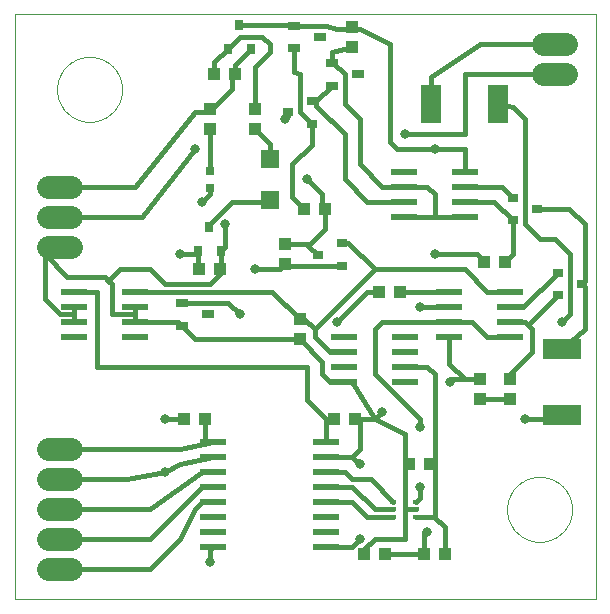
<source format=gtl>
G75*
%MOIN*%
%OFA0B0*%
%FSLAX25Y25*%
%IPPOS*%
%LPD*%
%AMOC8*
5,1,8,0,0,1.08239X$1,22.5*
%
%ADD10C,0.00000*%
%ADD11R,0.03937X0.04331*%
%ADD12R,0.04331X0.03937*%
%ADD13R,0.08661X0.02362*%
%ADD14R,0.03937X0.02756*%
%ADD15R,0.03150X0.03150*%
%ADD16R,0.05906X0.05906*%
%ADD17R,0.12598X0.07087*%
%ADD18R,0.07087X0.12598*%
%ADD19R,0.03100X0.03500*%
%ADD20R,0.03500X0.03100*%
%ADD21C,0.07800*%
%ADD22R,0.02362X0.01575*%
%ADD23C,0.01600*%
%ADD24C,0.03169*%
D10*
X0003450Y0001250D02*
X0003450Y0196211D01*
X0197151Y0196211D01*
X0197151Y0001250D01*
X0003450Y0001250D01*
X0017623Y0171250D02*
X0017626Y0171516D01*
X0017636Y0171781D01*
X0017652Y0172046D01*
X0017675Y0172311D01*
X0017704Y0172575D01*
X0017740Y0172839D01*
X0017782Y0173101D01*
X0017831Y0173362D01*
X0017886Y0173622D01*
X0017947Y0173881D01*
X0018015Y0174138D01*
X0018089Y0174393D01*
X0018169Y0174646D01*
X0018256Y0174898D01*
X0018348Y0175147D01*
X0018447Y0175393D01*
X0018552Y0175638D01*
X0018663Y0175879D01*
X0018779Y0176118D01*
X0018901Y0176354D01*
X0019030Y0176587D01*
X0019163Y0176816D01*
X0019303Y0177042D01*
X0019448Y0177265D01*
X0019598Y0177484D01*
X0019754Y0177700D01*
X0019915Y0177911D01*
X0020081Y0178119D01*
X0020252Y0178322D01*
X0020428Y0178521D01*
X0020609Y0178716D01*
X0020794Y0178906D01*
X0020984Y0179091D01*
X0021179Y0179272D01*
X0021378Y0179448D01*
X0021581Y0179619D01*
X0021789Y0179785D01*
X0022000Y0179946D01*
X0022216Y0180102D01*
X0022435Y0180252D01*
X0022658Y0180397D01*
X0022884Y0180537D01*
X0023113Y0180670D01*
X0023346Y0180799D01*
X0023582Y0180921D01*
X0023821Y0181037D01*
X0024062Y0181148D01*
X0024307Y0181253D01*
X0024553Y0181352D01*
X0024802Y0181444D01*
X0025054Y0181531D01*
X0025307Y0181611D01*
X0025562Y0181685D01*
X0025819Y0181753D01*
X0026078Y0181814D01*
X0026338Y0181869D01*
X0026599Y0181918D01*
X0026861Y0181960D01*
X0027125Y0181996D01*
X0027389Y0182025D01*
X0027654Y0182048D01*
X0027919Y0182064D01*
X0028184Y0182074D01*
X0028450Y0182077D01*
X0028716Y0182074D01*
X0028981Y0182064D01*
X0029246Y0182048D01*
X0029511Y0182025D01*
X0029775Y0181996D01*
X0030039Y0181960D01*
X0030301Y0181918D01*
X0030562Y0181869D01*
X0030822Y0181814D01*
X0031081Y0181753D01*
X0031338Y0181685D01*
X0031593Y0181611D01*
X0031846Y0181531D01*
X0032098Y0181444D01*
X0032347Y0181352D01*
X0032593Y0181253D01*
X0032838Y0181148D01*
X0033079Y0181037D01*
X0033318Y0180921D01*
X0033554Y0180799D01*
X0033787Y0180670D01*
X0034016Y0180537D01*
X0034242Y0180397D01*
X0034465Y0180252D01*
X0034684Y0180102D01*
X0034900Y0179946D01*
X0035111Y0179785D01*
X0035319Y0179619D01*
X0035522Y0179448D01*
X0035721Y0179272D01*
X0035916Y0179091D01*
X0036106Y0178906D01*
X0036291Y0178716D01*
X0036472Y0178521D01*
X0036648Y0178322D01*
X0036819Y0178119D01*
X0036985Y0177911D01*
X0037146Y0177700D01*
X0037302Y0177484D01*
X0037452Y0177265D01*
X0037597Y0177042D01*
X0037737Y0176816D01*
X0037870Y0176587D01*
X0037999Y0176354D01*
X0038121Y0176118D01*
X0038237Y0175879D01*
X0038348Y0175638D01*
X0038453Y0175393D01*
X0038552Y0175147D01*
X0038644Y0174898D01*
X0038731Y0174646D01*
X0038811Y0174393D01*
X0038885Y0174138D01*
X0038953Y0173881D01*
X0039014Y0173622D01*
X0039069Y0173362D01*
X0039118Y0173101D01*
X0039160Y0172839D01*
X0039196Y0172575D01*
X0039225Y0172311D01*
X0039248Y0172046D01*
X0039264Y0171781D01*
X0039274Y0171516D01*
X0039277Y0171250D01*
X0039274Y0170984D01*
X0039264Y0170719D01*
X0039248Y0170454D01*
X0039225Y0170189D01*
X0039196Y0169925D01*
X0039160Y0169661D01*
X0039118Y0169399D01*
X0039069Y0169138D01*
X0039014Y0168878D01*
X0038953Y0168619D01*
X0038885Y0168362D01*
X0038811Y0168107D01*
X0038731Y0167854D01*
X0038644Y0167602D01*
X0038552Y0167353D01*
X0038453Y0167107D01*
X0038348Y0166862D01*
X0038237Y0166621D01*
X0038121Y0166382D01*
X0037999Y0166146D01*
X0037870Y0165913D01*
X0037737Y0165684D01*
X0037597Y0165458D01*
X0037452Y0165235D01*
X0037302Y0165016D01*
X0037146Y0164800D01*
X0036985Y0164589D01*
X0036819Y0164381D01*
X0036648Y0164178D01*
X0036472Y0163979D01*
X0036291Y0163784D01*
X0036106Y0163594D01*
X0035916Y0163409D01*
X0035721Y0163228D01*
X0035522Y0163052D01*
X0035319Y0162881D01*
X0035111Y0162715D01*
X0034900Y0162554D01*
X0034684Y0162398D01*
X0034465Y0162248D01*
X0034242Y0162103D01*
X0034016Y0161963D01*
X0033787Y0161830D01*
X0033554Y0161701D01*
X0033318Y0161579D01*
X0033079Y0161463D01*
X0032838Y0161352D01*
X0032593Y0161247D01*
X0032347Y0161148D01*
X0032098Y0161056D01*
X0031846Y0160969D01*
X0031593Y0160889D01*
X0031338Y0160815D01*
X0031081Y0160747D01*
X0030822Y0160686D01*
X0030562Y0160631D01*
X0030301Y0160582D01*
X0030039Y0160540D01*
X0029775Y0160504D01*
X0029511Y0160475D01*
X0029246Y0160452D01*
X0028981Y0160436D01*
X0028716Y0160426D01*
X0028450Y0160423D01*
X0028184Y0160426D01*
X0027919Y0160436D01*
X0027654Y0160452D01*
X0027389Y0160475D01*
X0027125Y0160504D01*
X0026861Y0160540D01*
X0026599Y0160582D01*
X0026338Y0160631D01*
X0026078Y0160686D01*
X0025819Y0160747D01*
X0025562Y0160815D01*
X0025307Y0160889D01*
X0025054Y0160969D01*
X0024802Y0161056D01*
X0024553Y0161148D01*
X0024307Y0161247D01*
X0024062Y0161352D01*
X0023821Y0161463D01*
X0023582Y0161579D01*
X0023346Y0161701D01*
X0023113Y0161830D01*
X0022884Y0161963D01*
X0022658Y0162103D01*
X0022435Y0162248D01*
X0022216Y0162398D01*
X0022000Y0162554D01*
X0021789Y0162715D01*
X0021581Y0162881D01*
X0021378Y0163052D01*
X0021179Y0163228D01*
X0020984Y0163409D01*
X0020794Y0163594D01*
X0020609Y0163784D01*
X0020428Y0163979D01*
X0020252Y0164178D01*
X0020081Y0164381D01*
X0019915Y0164589D01*
X0019754Y0164800D01*
X0019598Y0165016D01*
X0019448Y0165235D01*
X0019303Y0165458D01*
X0019163Y0165684D01*
X0019030Y0165913D01*
X0018901Y0166146D01*
X0018779Y0166382D01*
X0018663Y0166621D01*
X0018552Y0166862D01*
X0018447Y0167107D01*
X0018348Y0167353D01*
X0018256Y0167602D01*
X0018169Y0167854D01*
X0018089Y0168107D01*
X0018015Y0168362D01*
X0017947Y0168619D01*
X0017886Y0168878D01*
X0017831Y0169138D01*
X0017782Y0169399D01*
X0017740Y0169661D01*
X0017704Y0169925D01*
X0017675Y0170189D01*
X0017652Y0170454D01*
X0017636Y0170719D01*
X0017626Y0170984D01*
X0017623Y0171250D01*
X0167623Y0031250D02*
X0167626Y0031516D01*
X0167636Y0031781D01*
X0167652Y0032046D01*
X0167675Y0032311D01*
X0167704Y0032575D01*
X0167740Y0032839D01*
X0167782Y0033101D01*
X0167831Y0033362D01*
X0167886Y0033622D01*
X0167947Y0033881D01*
X0168015Y0034138D01*
X0168089Y0034393D01*
X0168169Y0034646D01*
X0168256Y0034898D01*
X0168348Y0035147D01*
X0168447Y0035393D01*
X0168552Y0035638D01*
X0168663Y0035879D01*
X0168779Y0036118D01*
X0168901Y0036354D01*
X0169030Y0036587D01*
X0169163Y0036816D01*
X0169303Y0037042D01*
X0169448Y0037265D01*
X0169598Y0037484D01*
X0169754Y0037700D01*
X0169915Y0037911D01*
X0170081Y0038119D01*
X0170252Y0038322D01*
X0170428Y0038521D01*
X0170609Y0038716D01*
X0170794Y0038906D01*
X0170984Y0039091D01*
X0171179Y0039272D01*
X0171378Y0039448D01*
X0171581Y0039619D01*
X0171789Y0039785D01*
X0172000Y0039946D01*
X0172216Y0040102D01*
X0172435Y0040252D01*
X0172658Y0040397D01*
X0172884Y0040537D01*
X0173113Y0040670D01*
X0173346Y0040799D01*
X0173582Y0040921D01*
X0173821Y0041037D01*
X0174062Y0041148D01*
X0174307Y0041253D01*
X0174553Y0041352D01*
X0174802Y0041444D01*
X0175054Y0041531D01*
X0175307Y0041611D01*
X0175562Y0041685D01*
X0175819Y0041753D01*
X0176078Y0041814D01*
X0176338Y0041869D01*
X0176599Y0041918D01*
X0176861Y0041960D01*
X0177125Y0041996D01*
X0177389Y0042025D01*
X0177654Y0042048D01*
X0177919Y0042064D01*
X0178184Y0042074D01*
X0178450Y0042077D01*
X0178716Y0042074D01*
X0178981Y0042064D01*
X0179246Y0042048D01*
X0179511Y0042025D01*
X0179775Y0041996D01*
X0180039Y0041960D01*
X0180301Y0041918D01*
X0180562Y0041869D01*
X0180822Y0041814D01*
X0181081Y0041753D01*
X0181338Y0041685D01*
X0181593Y0041611D01*
X0181846Y0041531D01*
X0182098Y0041444D01*
X0182347Y0041352D01*
X0182593Y0041253D01*
X0182838Y0041148D01*
X0183079Y0041037D01*
X0183318Y0040921D01*
X0183554Y0040799D01*
X0183787Y0040670D01*
X0184016Y0040537D01*
X0184242Y0040397D01*
X0184465Y0040252D01*
X0184684Y0040102D01*
X0184900Y0039946D01*
X0185111Y0039785D01*
X0185319Y0039619D01*
X0185522Y0039448D01*
X0185721Y0039272D01*
X0185916Y0039091D01*
X0186106Y0038906D01*
X0186291Y0038716D01*
X0186472Y0038521D01*
X0186648Y0038322D01*
X0186819Y0038119D01*
X0186985Y0037911D01*
X0187146Y0037700D01*
X0187302Y0037484D01*
X0187452Y0037265D01*
X0187597Y0037042D01*
X0187737Y0036816D01*
X0187870Y0036587D01*
X0187999Y0036354D01*
X0188121Y0036118D01*
X0188237Y0035879D01*
X0188348Y0035638D01*
X0188453Y0035393D01*
X0188552Y0035147D01*
X0188644Y0034898D01*
X0188731Y0034646D01*
X0188811Y0034393D01*
X0188885Y0034138D01*
X0188953Y0033881D01*
X0189014Y0033622D01*
X0189069Y0033362D01*
X0189118Y0033101D01*
X0189160Y0032839D01*
X0189196Y0032575D01*
X0189225Y0032311D01*
X0189248Y0032046D01*
X0189264Y0031781D01*
X0189274Y0031516D01*
X0189277Y0031250D01*
X0189274Y0030984D01*
X0189264Y0030719D01*
X0189248Y0030454D01*
X0189225Y0030189D01*
X0189196Y0029925D01*
X0189160Y0029661D01*
X0189118Y0029399D01*
X0189069Y0029138D01*
X0189014Y0028878D01*
X0188953Y0028619D01*
X0188885Y0028362D01*
X0188811Y0028107D01*
X0188731Y0027854D01*
X0188644Y0027602D01*
X0188552Y0027353D01*
X0188453Y0027107D01*
X0188348Y0026862D01*
X0188237Y0026621D01*
X0188121Y0026382D01*
X0187999Y0026146D01*
X0187870Y0025913D01*
X0187737Y0025684D01*
X0187597Y0025458D01*
X0187452Y0025235D01*
X0187302Y0025016D01*
X0187146Y0024800D01*
X0186985Y0024589D01*
X0186819Y0024381D01*
X0186648Y0024178D01*
X0186472Y0023979D01*
X0186291Y0023784D01*
X0186106Y0023594D01*
X0185916Y0023409D01*
X0185721Y0023228D01*
X0185522Y0023052D01*
X0185319Y0022881D01*
X0185111Y0022715D01*
X0184900Y0022554D01*
X0184684Y0022398D01*
X0184465Y0022248D01*
X0184242Y0022103D01*
X0184016Y0021963D01*
X0183787Y0021830D01*
X0183554Y0021701D01*
X0183318Y0021579D01*
X0183079Y0021463D01*
X0182838Y0021352D01*
X0182593Y0021247D01*
X0182347Y0021148D01*
X0182098Y0021056D01*
X0181846Y0020969D01*
X0181593Y0020889D01*
X0181338Y0020815D01*
X0181081Y0020747D01*
X0180822Y0020686D01*
X0180562Y0020631D01*
X0180301Y0020582D01*
X0180039Y0020540D01*
X0179775Y0020504D01*
X0179511Y0020475D01*
X0179246Y0020452D01*
X0178981Y0020436D01*
X0178716Y0020426D01*
X0178450Y0020423D01*
X0178184Y0020426D01*
X0177919Y0020436D01*
X0177654Y0020452D01*
X0177389Y0020475D01*
X0177125Y0020504D01*
X0176861Y0020540D01*
X0176599Y0020582D01*
X0176338Y0020631D01*
X0176078Y0020686D01*
X0175819Y0020747D01*
X0175562Y0020815D01*
X0175307Y0020889D01*
X0175054Y0020969D01*
X0174802Y0021056D01*
X0174553Y0021148D01*
X0174307Y0021247D01*
X0174062Y0021352D01*
X0173821Y0021463D01*
X0173582Y0021579D01*
X0173346Y0021701D01*
X0173113Y0021830D01*
X0172884Y0021963D01*
X0172658Y0022103D01*
X0172435Y0022248D01*
X0172216Y0022398D01*
X0172000Y0022554D01*
X0171789Y0022715D01*
X0171581Y0022881D01*
X0171378Y0023052D01*
X0171179Y0023228D01*
X0170984Y0023409D01*
X0170794Y0023594D01*
X0170609Y0023784D01*
X0170428Y0023979D01*
X0170252Y0024178D01*
X0170081Y0024381D01*
X0169915Y0024589D01*
X0169754Y0024800D01*
X0169598Y0025016D01*
X0169448Y0025235D01*
X0169303Y0025458D01*
X0169163Y0025684D01*
X0169030Y0025913D01*
X0168901Y0026146D01*
X0168779Y0026382D01*
X0168663Y0026621D01*
X0168552Y0026862D01*
X0168447Y0027107D01*
X0168348Y0027353D01*
X0168256Y0027602D01*
X0168169Y0027854D01*
X0168089Y0028107D01*
X0168015Y0028362D01*
X0167947Y0028619D01*
X0167886Y0028878D01*
X0167831Y0029138D01*
X0167782Y0029399D01*
X0167740Y0029661D01*
X0167704Y0029925D01*
X0167675Y0030189D01*
X0167652Y0030454D01*
X0167636Y0030719D01*
X0167626Y0030984D01*
X0167623Y0031250D01*
D11*
X0146796Y0016250D03*
X0140104Y0016250D03*
X0126796Y0016250D03*
X0120104Y0016250D03*
X0098450Y0087904D03*
X0098450Y0094596D03*
X0125104Y0103750D03*
X0131796Y0103750D03*
X0160104Y0113750D03*
X0166796Y0113750D03*
X0106796Y0131250D03*
X0100104Y0131250D03*
X0071796Y0111250D03*
X0065104Y0111250D03*
X0070104Y0176250D03*
X0076796Y0176250D03*
D12*
X0083450Y0164596D03*
X0083450Y0157904D03*
X0068450Y0157904D03*
X0068450Y0164596D03*
X0093450Y0119596D03*
X0093450Y0112904D03*
X0110104Y0061250D03*
X0116796Y0061250D03*
X0135104Y0046250D03*
X0141796Y0046250D03*
X0158450Y0067904D03*
X0158450Y0074596D03*
X0168450Y0074596D03*
X0168450Y0067904D03*
X0066796Y0061250D03*
X0060104Y0061250D03*
X0115950Y0185404D03*
X0115950Y0192096D03*
D13*
X0133214Y0143750D03*
X0133214Y0138750D03*
X0133214Y0133750D03*
X0133214Y0128750D03*
X0153686Y0128750D03*
X0153686Y0133750D03*
X0153686Y0138750D03*
X0153686Y0143750D03*
X0148214Y0103750D03*
X0148214Y0098750D03*
X0148214Y0093750D03*
X0148214Y0088750D03*
X0133686Y0088750D03*
X0133686Y0083750D03*
X0133686Y0078750D03*
X0133686Y0073750D03*
X0113214Y0073750D03*
X0113214Y0078750D03*
X0113214Y0083750D03*
X0113214Y0088750D03*
X0107348Y0053750D03*
X0107348Y0048750D03*
X0107348Y0043750D03*
X0107348Y0038750D03*
X0107348Y0033750D03*
X0107348Y0028750D03*
X0107348Y0023750D03*
X0107348Y0018750D03*
X0069651Y0018750D03*
X0069651Y0023750D03*
X0069651Y0028750D03*
X0069651Y0033750D03*
X0069651Y0038750D03*
X0069651Y0043750D03*
X0069651Y0048750D03*
X0069651Y0053750D03*
X0043686Y0088750D03*
X0043686Y0093750D03*
X0043686Y0098750D03*
X0043686Y0103750D03*
X0023214Y0103750D03*
X0023214Y0098750D03*
X0023214Y0093750D03*
X0023214Y0088750D03*
X0168686Y0088750D03*
X0168686Y0093750D03*
X0168686Y0098750D03*
X0168686Y0103750D03*
D14*
X0109119Y0172510D03*
X0109119Y0179990D03*
X0117781Y0176250D03*
X0105281Y0188750D03*
X0096619Y0185010D03*
X0096619Y0192490D03*
X0059119Y0099990D03*
X0059119Y0092510D03*
X0067781Y0096250D03*
D15*
X0068450Y0138297D03*
X0068450Y0144203D03*
D16*
X0088450Y0148140D03*
X0088450Y0134360D03*
D17*
X0185950Y0084774D03*
X0185950Y0062726D03*
D18*
X0164474Y0166250D03*
X0142426Y0166250D03*
D19*
X0082150Y0184750D03*
X0074550Y0184750D03*
X0078350Y0192750D03*
X0068350Y0125250D03*
X0064550Y0117250D03*
X0072150Y0117250D03*
D20*
X0104450Y0116150D03*
X0112450Y0112350D03*
X0112450Y0119950D03*
X0102450Y0159850D03*
X0102450Y0167450D03*
X0094450Y0163650D03*
X0169450Y0135150D03*
X0169450Y0127550D03*
X0177450Y0131350D03*
X0184450Y0110150D03*
X0184450Y0102550D03*
X0192450Y0106350D03*
D21*
X0187350Y0176250D02*
X0179550Y0176250D01*
X0179550Y0186250D02*
X0187350Y0186250D01*
X0022350Y0138750D02*
X0014550Y0138750D01*
X0014550Y0128750D02*
X0022350Y0128750D01*
X0022350Y0118750D02*
X0014550Y0118750D01*
X0014550Y0051250D02*
X0022350Y0051250D01*
X0022350Y0041250D02*
X0014550Y0041250D01*
X0014550Y0031250D02*
X0022350Y0031250D01*
X0022350Y0021250D02*
X0014550Y0021250D01*
X0014550Y0011250D02*
X0022350Y0011250D01*
D22*
X0129710Y0028691D03*
X0129710Y0031250D03*
X0129710Y0033809D03*
X0137190Y0033809D03*
X0137190Y0031250D03*
X0137190Y0028691D03*
D23*
X0143391Y0028691D01*
X0146796Y0025285D01*
X0146796Y0016250D01*
X0140104Y0016250D02*
X0140104Y0022904D01*
X0140950Y0023750D01*
X0143391Y0028691D02*
X0143450Y0028750D01*
X0143450Y0044596D01*
X0143450Y0076250D01*
X0140950Y0078750D01*
X0133686Y0078750D01*
X0123450Y0076250D02*
X0123450Y0091250D01*
X0125950Y0093750D01*
X0148214Y0093750D01*
X0155950Y0093750D01*
X0160950Y0088750D01*
X0168686Y0088750D01*
X0168686Y0093750D02*
X0173450Y0093750D01*
X0174650Y0092550D01*
X0184450Y0102550D01*
X0188450Y0096250D02*
X0185950Y0093750D01*
X0188450Y0096250D02*
X0188450Y0116250D01*
X0183450Y0121250D01*
X0178450Y0121250D01*
X0173450Y0126250D01*
X0173450Y0161250D01*
X0169474Y0165226D01*
X0164474Y0166250D01*
X0153450Y0156250D02*
X0133450Y0156250D01*
X0130950Y0151250D02*
X0143450Y0151250D01*
X0153450Y0151250D01*
X0153686Y0151014D01*
X0153686Y0143750D01*
X0153686Y0138750D02*
X0165850Y0138750D01*
X0169450Y0135150D01*
X0163250Y0133750D02*
X0169450Y0127550D01*
X0169450Y0116404D01*
X0166796Y0113750D01*
X0160104Y0113750D02*
X0157604Y0116250D01*
X0143450Y0116250D01*
X0153450Y0111250D02*
X0123450Y0111250D01*
X0114750Y0119950D01*
X0112450Y0119950D01*
X0106796Y0124596D02*
X0101400Y0119200D01*
X0104450Y0116150D01*
X0101400Y0119200D02*
X0101004Y0119596D01*
X0093450Y0119596D01*
X0093450Y0112904D02*
X0094004Y0112350D01*
X0112450Y0112350D01*
X0120950Y0103750D02*
X0110950Y0093750D01*
X0103450Y0091250D02*
X0103450Y0088750D01*
X0108450Y0083750D01*
X0113214Y0083750D01*
X0105950Y0080404D02*
X0105950Y0076250D01*
X0108450Y0073750D01*
X0113214Y0073750D01*
X0115950Y0073750D01*
X0123450Y0061250D01*
X0118450Y0061250D01*
X0118450Y0051250D01*
X0115950Y0048750D01*
X0118450Y0046250D01*
X0115950Y0048750D02*
X0107348Y0048750D01*
X0107348Y0053750D02*
X0107348Y0061250D01*
X0100950Y0067648D01*
X0100950Y0078750D01*
X0030950Y0078750D01*
X0030950Y0103750D01*
X0023214Y0103750D01*
X0023214Y0098750D02*
X0023450Y0098514D01*
X0023214Y0098750D02*
X0023214Y0096250D01*
X0018450Y0096250D01*
X0013450Y0101250D01*
X0013450Y0116250D01*
X0020950Y0108750D01*
X0033450Y0108750D01*
X0034700Y0107500D01*
X0038450Y0111250D01*
X0048450Y0111250D01*
X0053450Y0106250D01*
X0068450Y0106250D01*
X0071796Y0109596D01*
X0071796Y0111250D01*
X0072150Y0111604D01*
X0072150Y0117250D01*
X0073650Y0118750D01*
X0073450Y0126250D01*
X0068350Y0126150D02*
X0075950Y0133750D01*
X0087840Y0133750D01*
X0088450Y0134360D01*
X0095950Y0135404D02*
X0100104Y0131250D01*
X0095950Y0135404D02*
X0095950Y0146250D01*
X0102450Y0152750D01*
X0102450Y0159850D01*
X0098450Y0163850D01*
X0098450Y0176250D01*
X0096619Y0176919D01*
X0096619Y0185010D01*
X0096619Y0192490D02*
X0107190Y0192490D01*
X0110950Y0191250D01*
X0115104Y0191250D01*
X0118450Y0191250D01*
X0128450Y0186250D01*
X0128450Y0153750D01*
X0130950Y0151250D01*
X0118450Y0146250D02*
X0125950Y0138750D01*
X0133214Y0138750D01*
X0140950Y0138750D01*
X0143450Y0136250D01*
X0143450Y0128750D01*
X0133214Y0128750D01*
X0133214Y0133750D02*
X0120950Y0133750D01*
X0113450Y0141250D01*
X0113450Y0156250D01*
X0104059Y0165641D01*
X0104059Y0167450D01*
X0109119Y0172510D01*
X0113450Y0176250D02*
X0113450Y0166250D01*
X0118450Y0161250D01*
X0118450Y0146250D01*
X0105950Y0136250D02*
X0105950Y0132096D01*
X0106796Y0131250D01*
X0106796Y0124596D01*
X0105950Y0136250D02*
X0100950Y0141250D01*
X0088450Y0148140D02*
X0088450Y0152904D01*
X0083450Y0157904D01*
X0083450Y0164596D02*
X0083450Y0178750D01*
X0088450Y0183750D01*
X0088450Y0186250D01*
X0085950Y0188750D01*
X0078550Y0188750D01*
X0074550Y0184750D01*
X0070104Y0180304D01*
X0070104Y0176250D01*
X0075950Y0175404D02*
X0075950Y0171250D01*
X0069296Y0164596D01*
X0068450Y0164596D01*
X0067604Y0163750D01*
X0063450Y0163750D01*
X0043450Y0138750D01*
X0018450Y0138750D01*
X0018450Y0128750D02*
X0045950Y0128750D01*
X0063450Y0151250D01*
X0068450Y0157904D02*
X0068450Y0144203D01*
X0068450Y0138297D02*
X0068450Y0136250D01*
X0065950Y0133750D01*
X0068350Y0126150D02*
X0068350Y0125250D01*
X0064550Y0117250D02*
X0063550Y0116250D01*
X0058450Y0116250D01*
X0064550Y0117250D02*
X0064550Y0111804D01*
X0065104Y0111250D01*
X0059119Y0099990D02*
X0074710Y0099990D01*
X0078450Y0096250D01*
X0089296Y0103750D02*
X0098450Y0094596D01*
X0100104Y0094596D01*
X0103450Y0091250D01*
X0123450Y0111250D01*
X0125104Y0103750D02*
X0120950Y0103750D01*
X0131796Y0103750D02*
X0148214Y0103750D01*
X0148214Y0098750D02*
X0138450Y0098750D01*
X0148214Y0088750D02*
X0148214Y0079833D01*
X0153450Y0074596D01*
X0148450Y0074596D01*
X0148450Y0073750D01*
X0153450Y0074596D02*
X0158450Y0074596D01*
X0158450Y0067904D02*
X0168450Y0067904D01*
X0173450Y0061250D02*
X0184474Y0061250D01*
X0185950Y0062726D01*
X0168450Y0074596D02*
X0168450Y0076250D01*
X0175950Y0083750D01*
X0175950Y0091250D01*
X0174650Y0092550D01*
X0173050Y0098750D02*
X0168686Y0098750D01*
X0173050Y0098750D02*
X0184450Y0110150D01*
X0192450Y0106350D02*
X0193450Y0107350D01*
X0193450Y0126250D01*
X0188350Y0131350D01*
X0177450Y0131350D01*
X0163250Y0133750D02*
X0153686Y0133750D01*
X0153686Y0128750D02*
X0143450Y0128750D01*
X0153450Y0111250D02*
X0160950Y0103750D01*
X0168686Y0103750D01*
X0185950Y0084774D02*
X0193450Y0091250D01*
X0193450Y0105350D01*
X0192450Y0106350D01*
X0153450Y0156250D02*
X0153450Y0176250D01*
X0183450Y0176250D01*
X0183450Y0186250D02*
X0158450Y0186250D01*
X0142426Y0175226D01*
X0142426Y0166250D01*
X0115950Y0185404D02*
X0109119Y0183573D01*
X0109119Y0179990D01*
X0109710Y0179990D01*
X0113450Y0176250D01*
X0104059Y0167450D02*
X0102450Y0167450D01*
X0094450Y0163650D02*
X0094450Y0162250D01*
X0093450Y0161250D01*
X0076796Y0176250D02*
X0075950Y0175404D01*
X0076796Y0176250D02*
X0076796Y0179396D01*
X0082150Y0184750D01*
X0078350Y0192750D02*
X0096879Y0192750D01*
X0096619Y0192490D01*
X0115104Y0191250D02*
X0115950Y0192096D01*
X0093450Y0112904D02*
X0091796Y0111250D01*
X0083450Y0111250D01*
X0089296Y0103750D02*
X0043686Y0103750D01*
X0043686Y0098750D02*
X0043450Y0098514D01*
X0043450Y0096250D01*
X0035950Y0096250D01*
X0035950Y0106250D01*
X0034700Y0107500D01*
X0043686Y0098750D02*
X0043686Y0093750D01*
X0057879Y0093750D01*
X0059119Y0092510D01*
X0063726Y0087904D01*
X0098450Y0087904D01*
X0105950Y0080404D01*
X0123450Y0076250D02*
X0138450Y0061250D01*
X0138450Y0058750D01*
X0133450Y0056250D02*
X0123450Y0061250D01*
X0125950Y0063750D01*
X0118450Y0061250D02*
X0116796Y0061250D01*
X0110104Y0061250D02*
X0107348Y0061250D01*
X0107348Y0043750D02*
X0113450Y0043750D01*
X0115950Y0041250D01*
X0122269Y0041250D01*
X0129710Y0033809D01*
X0129710Y0031250D02*
X0123450Y0031250D01*
X0115950Y0038750D01*
X0107348Y0038750D01*
X0107348Y0033750D02*
X0115950Y0033750D01*
X0120950Y0028750D01*
X0124769Y0028750D01*
X0129710Y0028691D01*
X0133450Y0031250D02*
X0133450Y0021250D01*
X0123450Y0021250D01*
X0120104Y0017904D01*
X0120104Y0016250D01*
X0115950Y0018750D02*
X0118450Y0021250D01*
X0115950Y0018750D02*
X0107348Y0018750D01*
X0126796Y0016250D02*
X0140104Y0016250D01*
X0137190Y0031250D02*
X0133450Y0031250D01*
X0133450Y0044596D01*
X0133450Y0056250D01*
X0135104Y0046250D02*
X0133450Y0044596D01*
X0138450Y0038750D02*
X0138450Y0035069D01*
X0137190Y0033809D01*
X0143450Y0044596D02*
X0141796Y0046250D01*
X0069651Y0043750D02*
X0065950Y0043750D01*
X0048450Y0031250D01*
X0018450Y0031250D01*
X0018450Y0021250D02*
X0048450Y0021250D01*
X0065950Y0038750D01*
X0069651Y0038750D01*
X0069651Y0033750D02*
X0065950Y0033750D01*
X0063450Y0031250D01*
X0058450Y0021250D01*
X0048450Y0011250D01*
X0018450Y0011250D01*
X0018450Y0041250D02*
X0040950Y0041250D01*
X0053450Y0043750D01*
X0058450Y0046250D01*
X0069651Y0048750D01*
X0069651Y0053750D02*
X0066796Y0053750D01*
X0066796Y0061250D01*
X0060104Y0061250D02*
X0053450Y0061250D01*
X0058450Y0051250D02*
X0069651Y0053750D01*
X0058450Y0051250D02*
X0018450Y0051250D01*
X0023214Y0093750D02*
X0023214Y0096250D01*
X0013450Y0116250D02*
X0013450Y0118750D01*
X0018450Y0118750D01*
X0069651Y0018750D02*
X0068450Y0017549D01*
X0068450Y0013750D01*
D24*
X0068450Y0013750D03*
X0053450Y0043750D03*
X0053450Y0061250D03*
X0078450Y0096250D03*
X0083450Y0111250D03*
X0073450Y0126250D03*
X0065950Y0133750D03*
X0063450Y0151250D03*
X0093450Y0161250D03*
X0100950Y0141250D03*
X0133450Y0156250D03*
X0143450Y0151250D03*
X0143450Y0116250D03*
X0138450Y0098750D03*
X0148450Y0073750D03*
X0138450Y0058750D03*
X0125950Y0063750D03*
X0118450Y0046250D03*
X0138450Y0038750D03*
X0140950Y0023750D03*
X0118450Y0021250D03*
X0173450Y0061250D03*
X0185950Y0093750D03*
X0110950Y0093750D03*
X0058450Y0116250D03*
M02*

</source>
